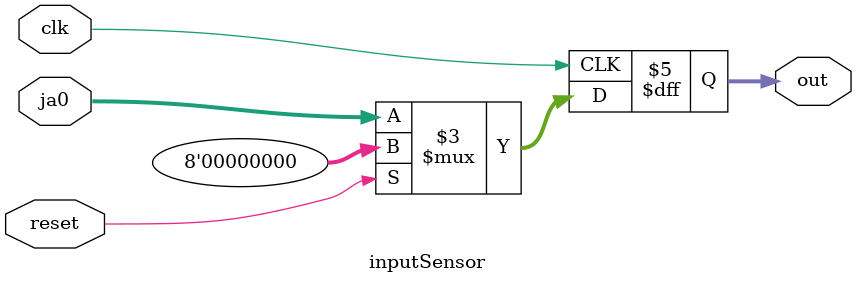
<source format=v>
`timescale 1ns / 1ps


module inputSensor(clk, reset, ja0, out);
    input clk, reset;
    input [7:0] ja0;
    output reg [7:0] out; 
        
    always@(posedge clk)
        if(reset)
            begin
                out <= 8'b0;
            end
        else
            begin
                out <= ja0;
            end     
    
endmodule

</source>
